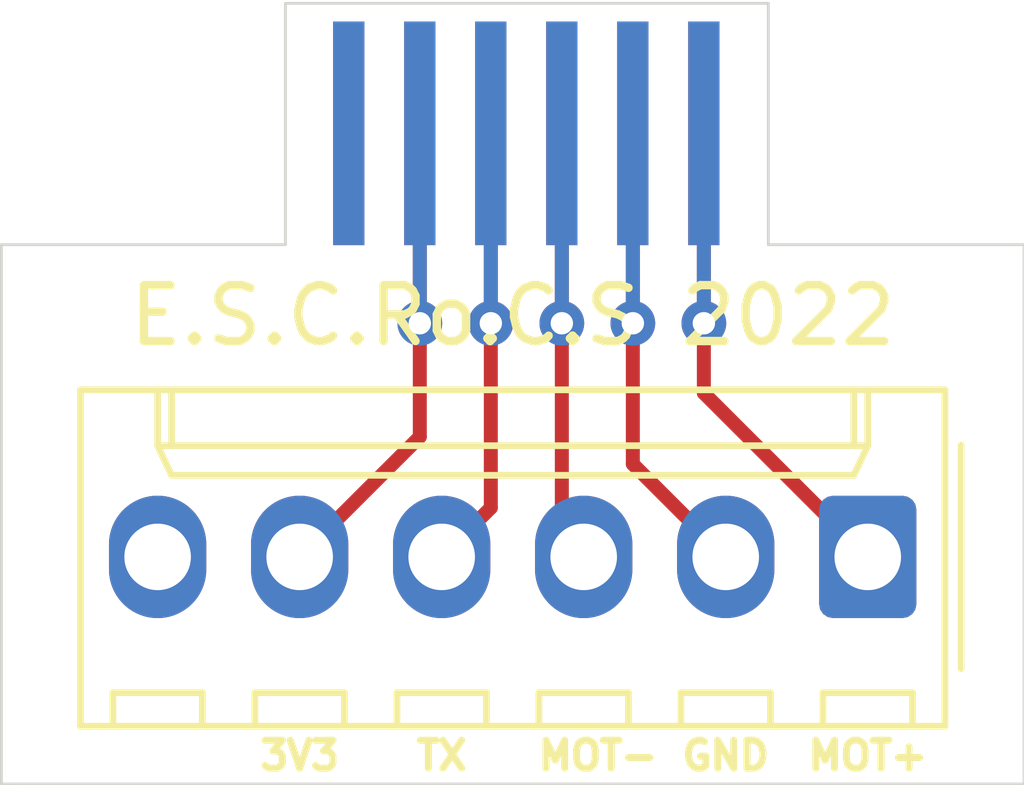
<source format=kicad_pcb>
(kicad_pcb (version 20171130) (host pcbnew 5.1.9+dfsg1-1)

  (general
    (thickness 1.6)
    (drawings 15)
    (tracks 25)
    (zones 0)
    (modules 2)
    (nets 9)
  )

  (page A4)
  (layers
    (0 F.Cu signal)
    (31 B.Cu signal)
    (32 B.Adhes user)
    (33 F.Adhes user)
    (34 B.Paste user)
    (35 F.Paste user)
    (36 B.SilkS user)
    (37 F.SilkS user)
    (38 B.Mask user)
    (39 F.Mask user)
    (40 Dwgs.User user)
    (41 Cmts.User user)
    (42 Eco1.User user)
    (43 Eco2.User user)
    (44 Edge.Cuts user)
    (45 Margin user)
    (46 B.CrtYd user)
    (47 F.CrtYd user)
    (48 B.Fab user)
    (49 F.Fab user)
  )

  (setup
    (last_trace_width 0.25)
    (trace_clearance 0.2)
    (zone_clearance 0.508)
    (zone_45_only no)
    (trace_min 0.2)
    (via_size 0.8)
    (via_drill 0.4)
    (via_min_size 0.4)
    (via_min_drill 0.3)
    (uvia_size 0.3)
    (uvia_drill 0.1)
    (uvias_allowed no)
    (uvia_min_size 0.2)
    (uvia_min_drill 0.1)
    (edge_width 0.05)
    (segment_width 0.2)
    (pcb_text_width 0.3)
    (pcb_text_size 1.5 1.5)
    (mod_edge_width 0.12)
    (mod_text_size 1 1)
    (mod_text_width 0.15)
    (pad_size 1.524 1.524)
    (pad_drill 0.762)
    (pad_to_mask_clearance 0)
    (aux_axis_origin 0 0)
    (visible_elements FFFFFF7F)
    (pcbplotparams
      (layerselection 0x010fc_ffffffff)
      (usegerberextensions false)
      (usegerberattributes true)
      (usegerberadvancedattributes true)
      (creategerberjobfile true)
      (excludeedgelayer true)
      (linewidth 0.100000)
      (plotframeref false)
      (viasonmask false)
      (mode 1)
      (useauxorigin false)
      (hpglpennumber 1)
      (hpglpenspeed 20)
      (hpglpendiameter 15.000000)
      (psnegative false)
      (psa4output false)
      (plotreference true)
      (plotvalue true)
      (plotinvisibletext false)
      (padsonsilk false)
      (subtractmaskfromsilk false)
      (outputformat 1)
      (mirror false)
      (drillshape 0)
      (scaleselection 1)
      (outputdirectory "gerber"))
  )

  (net 0 "")
  (net 1 "Net-(J1-Pad1)")
  (net 2 "Net-(J1-Pad2)")
  (net 3 "Net-(J1-Pad3)")
  (net 4 "Net-(J1-Pad4)")
  (net 5 "Net-(J1-Pad5)")
  (net 6 "Net-(J1-Pad6)")
  (net 7 "Net-(J2-Pad11)")
  (net 8 "Net-(J2-Pad12)")

  (net_class Default "This is the default net class."
    (clearance 0.2)
    (trace_width 0.25)
    (via_dia 0.8)
    (via_drill 0.4)
    (uvia_dia 0.3)
    (uvia_drill 0.1)
    (add_net "Net-(J1-Pad1)")
    (add_net "Net-(J1-Pad2)")
    (add_net "Net-(J1-Pad3)")
    (add_net "Net-(J1-Pad4)")
    (add_net "Net-(J1-Pad5)")
    (add_net "Net-(J1-Pad6)")
    (add_net "Net-(J2-Pad11)")
    (add_net "Net-(J2-Pad12)")
  )

  (module Connector_Molex:Molex_KK-254_AE-6410-06A_1x06_P2.54mm_Vertical (layer F.Cu) (tedit 5EA53D3B) (tstamp 61C37777)
    (at 140.716 52.07 180)
    (descr "Molex KK-254 Interconnect System, old/engineering part number: AE-6410-06A example for new part number: 22-27-2061, 6 Pins (http://www.molex.com/pdm_docs/sd/022272021_sd.pdf), generated with kicad-footprint-generator")
    (tags "connector Molex KK-254 vertical")
    (path /61C3356A)
    (fp_text reference J1 (at 6.35 -4.12) (layer F.SilkS) hide
      (effects (font (size 1 1) (thickness 0.15)))
    )
    (fp_text value "Molex KK" (at 6.35 4.08) (layer F.Fab)
      (effects (font (size 1 1) (thickness 0.15)))
    )
    (fp_line (start 14.47 -3.42) (end -1.77 -3.42) (layer F.CrtYd) (width 0.05))
    (fp_line (start 14.47 3.38) (end 14.47 -3.42) (layer F.CrtYd) (width 0.05))
    (fp_line (start -1.77 3.38) (end 14.47 3.38) (layer F.CrtYd) (width 0.05))
    (fp_line (start -1.77 -3.42) (end -1.77 3.38) (layer F.CrtYd) (width 0.05))
    (fp_line (start 13.5 -2.43) (end 13.5 -3.03) (layer F.SilkS) (width 0.12))
    (fp_line (start 11.9 -2.43) (end 13.5 -2.43) (layer F.SilkS) (width 0.12))
    (fp_line (start 11.9 -3.03) (end 11.9 -2.43) (layer F.SilkS) (width 0.12))
    (fp_line (start 10.96 -2.43) (end 10.96 -3.03) (layer F.SilkS) (width 0.12))
    (fp_line (start 9.36 -2.43) (end 10.96 -2.43) (layer F.SilkS) (width 0.12))
    (fp_line (start 9.36 -3.03) (end 9.36 -2.43) (layer F.SilkS) (width 0.12))
    (fp_line (start 8.42 -2.43) (end 8.42 -3.03) (layer F.SilkS) (width 0.12))
    (fp_line (start 6.82 -2.43) (end 8.42 -2.43) (layer F.SilkS) (width 0.12))
    (fp_line (start 6.82 -3.03) (end 6.82 -2.43) (layer F.SilkS) (width 0.12))
    (fp_line (start 5.88 -2.43) (end 5.88 -3.03) (layer F.SilkS) (width 0.12))
    (fp_line (start 4.28 -2.43) (end 5.88 -2.43) (layer F.SilkS) (width 0.12))
    (fp_line (start 4.28 -3.03) (end 4.28 -2.43) (layer F.SilkS) (width 0.12))
    (fp_line (start 3.34 -2.43) (end 3.34 -3.03) (layer F.SilkS) (width 0.12))
    (fp_line (start 1.74 -2.43) (end 3.34 -2.43) (layer F.SilkS) (width 0.12))
    (fp_line (start 1.74 -3.03) (end 1.74 -2.43) (layer F.SilkS) (width 0.12))
    (fp_line (start 0.8 -2.43) (end 0.8 -3.03) (layer F.SilkS) (width 0.12))
    (fp_line (start -0.8 -2.43) (end 0.8 -2.43) (layer F.SilkS) (width 0.12))
    (fp_line (start -0.8 -3.03) (end -0.8 -2.43) (layer F.SilkS) (width 0.12))
    (fp_line (start 12.45 2.99) (end 12.45 1.99) (layer F.SilkS) (width 0.12))
    (fp_line (start 0.25 2.99) (end 0.25 1.99) (layer F.SilkS) (width 0.12))
    (fp_line (start 12.45 1.46) (end 12.7 1.99) (layer F.SilkS) (width 0.12))
    (fp_line (start 0.25 1.46) (end 12.45 1.46) (layer F.SilkS) (width 0.12))
    (fp_line (start 0 1.99) (end 0.25 1.46) (layer F.SilkS) (width 0.12))
    (fp_line (start 12.7 1.99) (end 12.7 2.99) (layer F.SilkS) (width 0.12))
    (fp_line (start 0 1.99) (end 12.7 1.99) (layer F.SilkS) (width 0.12))
    (fp_line (start 0 2.99) (end 0 1.99) (layer F.SilkS) (width 0.12))
    (fp_line (start -0.562893 0) (end -1.27 0.5) (layer F.Fab) (width 0.1))
    (fp_line (start -1.27 -0.5) (end -0.562893 0) (layer F.Fab) (width 0.1))
    (fp_line (start -1.67 -2) (end -1.67 2) (layer F.SilkS) (width 0.12))
    (fp_line (start 14.08 -3.03) (end -1.38 -3.03) (layer F.SilkS) (width 0.12))
    (fp_line (start 14.08 2.99) (end 14.08 -3.03) (layer F.SilkS) (width 0.12))
    (fp_line (start -1.38 2.99) (end 14.08 2.99) (layer F.SilkS) (width 0.12))
    (fp_line (start -1.38 -3.03) (end -1.38 2.99) (layer F.SilkS) (width 0.12))
    (fp_line (start 13.97 -2.92) (end -1.27 -2.92) (layer F.Fab) (width 0.1))
    (fp_line (start 13.97 2.88) (end 13.97 -2.92) (layer F.Fab) (width 0.1))
    (fp_line (start -1.27 2.88) (end 13.97 2.88) (layer F.Fab) (width 0.1))
    (fp_line (start -1.27 -2.92) (end -1.27 2.88) (layer F.Fab) (width 0.1))
    (fp_text user %R (at 6.35 -2.22) (layer F.Fab)
      (effects (font (size 1 1) (thickness 0.15)))
    )
    (pad 1 thru_hole roundrect (at 0 0 180) (size 1.74 2.19) (drill 1.19) (layers *.Cu *.Mask) (roundrect_rratio 0.1436775862068966)
      (net 1 "Net-(J1-Pad1)"))
    (pad 2 thru_hole oval (at 2.54 0 180) (size 1.74 2.19) (drill 1.19) (layers *.Cu *.Mask)
      (net 2 "Net-(J1-Pad2)"))
    (pad 3 thru_hole oval (at 5.08 0 180) (size 1.74 2.19) (drill 1.19) (layers *.Cu *.Mask)
      (net 3 "Net-(J1-Pad3)"))
    (pad 4 thru_hole oval (at 7.62 0 180) (size 1.74 2.19) (drill 1.19) (layers *.Cu *.Mask)
      (net 4 "Net-(J1-Pad4)"))
    (pad 5 thru_hole oval (at 10.16 0 180) (size 1.74 2.19) (drill 1.19) (layers *.Cu *.Mask)
      (net 5 "Net-(J1-Pad5)"))
    (pad 6 thru_hole oval (at 12.7 0 180) (size 1.74 2.19) (drill 1.19) (layers *.Cu *.Mask)
      (net 6 "Net-(J1-Pad6)"))
    (model ${KISYS3DMOD}/Connector_Molex.3dshapes/Molex_KK-254_AE-6410-06A_1x06_P2.54mm_Vertical.wrl
      (at (xyz 0 0 0))
      (scale (xyz 1 1 1))
      (rotate (xyz 0 0 0))
    )
  )

  (module "custom:Roborock lidar connector" (layer F.Cu) (tedit 618D3542) (tstamp 61C3778A)
    (at 134.62 44.704 180)
    (path /61C32033)
    (fp_text reference J2 (at 6.858 -1.778) (layer F.SilkS) hide
      (effects (font (size 1 1) (thickness 0.15)))
    )
    (fp_text value "Edge slot" (at 0 -3.81) (layer F.Fab)
      (effects (font (size 1 1) (thickness 0.15)))
    )
    (fp_line (start 4.318 2.54) (end 4.318 -1.778) (layer Eco2.User) (width 0.12))
    (fp_line (start -4.318 2.54) (end 4.318 2.54) (layer Eco2.User) (width 0.12))
    (fp_line (start -4.318 -1.778) (end -4.318 2.54) (layer Eco2.User) (width 0.12))
    (pad 3 connect rect (at -1.895 0.214 180) (size 0.56 4) (layers F.Cu F.Mask)
      (net 2 "Net-(J1-Pad2)"))
    (pad 1 connect rect (at -3.165 0.214 180) (size 0.56 4) (layers F.Cu F.Mask)
      (net 1 "Net-(J1-Pad1)"))
    (pad 5 connect rect (at -0.625 0.214 180) (size 0.56 4) (layers F.Cu F.Mask)
      (net 3 "Net-(J1-Pad3)"))
    (pad 9 connect rect (at 1.915 0.214 180) (size 0.56 4) (layers F.Cu F.Mask)
      (net 5 "Net-(J1-Pad5)"))
    (pad 11 connect rect (at 3.185 0.214 180) (size 0.56 4) (layers F.Cu F.Mask)
      (net 7 "Net-(J2-Pad11)"))
    (pad 12 connect rect (at 3.185 0.214 180) (size 0.56 4) (layers B.Cu B.Mask)
      (net 8 "Net-(J2-Pad12)"))
    (pad 8 connect rect (at 0.645 0.214 180) (size 0.56 4) (layers B.Cu B.Mask)
      (net 4 "Net-(J1-Pad4)"))
    (pad 2 connect rect (at -3.165 0.214 180) (size 0.56 4) (layers B.Cu B.Mask)
      (net 1 "Net-(J1-Pad1)"))
    (pad 4 connect rect (at -1.895 0.214 180) (size 0.56 4) (layers B.Cu B.Mask)
      (net 2 "Net-(J1-Pad2)"))
    (pad 10 connect rect (at 1.915 0.214 180) (size 0.56 4) (layers B.Cu B.Mask)
      (net 5 "Net-(J1-Pad5)"))
    (pad 7 connect rect (at 0.645 0.214 180) (size 0.56 4) (layers F.Cu F.Mask)
      (net 4 "Net-(J1-Pad4)"))
    (pad 6 connect rect (at -0.625 0.214 180) (size 0.56 4) (layers B.Cu B.Mask)
      (net 3 "Net-(J1-Pad3)"))
  )

  (gr_text MOT+ (at 140.716 55.626) (layer F.SilkS)
    (effects (font (size 0.5 0.5) (thickness 0.125)))
  )
  (gr_text GND (at 138.176 55.626) (layer F.SilkS)
    (effects (font (size 0.5 0.5) (thickness 0.125)))
  )
  (gr_text MOT- (at 135.89 55.626) (layer F.SilkS)
    (effects (font (size 0.5 0.5) (thickness 0.125)))
  )
  (gr_text TX (at 133.096 55.626) (layer F.SilkS)
    (effects (font (size 0.5 0.5) (thickness 0.125)))
  )
  (gr_text 3V3 (at 130.556 55.626) (layer F.SilkS)
    (effects (font (size 0.5 0.5) (thickness 0.125)))
  )
  (gr_text "E.S.C.Ro.C.S 2022" (at 134.366 47.752) (layer F.SilkS)
    (effects (font (size 1 1) (thickness 0.15)))
  )
  (gr_line (start 138.938 42.164) (end 138.938 46.482) (layer Edge.Cuts) (width 0.05) (tstamp 61C37942))
  (gr_line (start 130.302 42.164) (end 138.938 42.164) (layer Edge.Cuts) (width 0.05))
  (gr_line (start 130.302 46.482) (end 130.302 42.164) (layer Edge.Cuts) (width 0.05))
  (gr_line (start 125.222 46.482) (end 130.302 46.482) (layer Edge.Cuts) (width 0.05))
  (gr_line (start 125.222 56.134) (end 125.222 46.482) (layer Edge.Cuts) (width 0.05))
  (gr_line (start 125.476 56.134) (end 125.222 56.134) (layer Edge.Cuts) (width 0.05))
  (gr_line (start 143.51 56.134) (end 125.476 56.134) (layer Edge.Cuts) (width 0.05))
  (gr_line (start 143.51 46.482) (end 143.51 56.134) (layer Edge.Cuts) (width 0.05))
  (gr_line (start 138.938 46.482) (end 143.51 46.482) (layer Edge.Cuts) (width 0.05))

  (segment (start 137.785 49.139) (end 140.716 52.07) (width 0.25) (layer F.Cu) (net 1))
  (segment (start 137.785 44.49) (end 137.785 47.889) (width 0.25) (layer F.Cu) (net 1))
  (segment (start 137.785 47.889) (end 137.785 49.139) (width 0.25) (layer F.Cu) (net 1) (tstamp 61C37933))
  (via (at 137.785 47.889) (size 0.8) (drill 0.4) (layers F.Cu B.Cu) (net 1))
  (segment (start 137.785 44.49) (end 137.785 47.889) (width 0.25) (layer B.Cu) (net 1))
  (segment (start 136.515 50.409) (end 138.176 52.07) (width 0.25) (layer F.Cu) (net 2))
  (segment (start 136.515 44.49) (end 136.515 47.889) (width 0.25) (layer F.Cu) (net 2))
  (segment (start 136.515 47.889) (end 136.515 50.409) (width 0.25) (layer F.Cu) (net 2) (tstamp 61C37935))
  (via (at 136.515 47.889) (size 0.8) (drill 0.4) (layers F.Cu B.Cu) (net 2))
  (segment (start 136.515 44.49) (end 136.515 47.889) (width 0.25) (layer B.Cu) (net 2))
  (segment (start 135.245 51.679) (end 135.636 52.07) (width 0.25) (layer F.Cu) (net 3))
  (segment (start 135.245 44.49) (end 135.245 47.889) (width 0.25) (layer F.Cu) (net 3))
  (segment (start 135.245 47.889) (end 135.245 51.679) (width 0.25) (layer F.Cu) (net 3) (tstamp 61C37937))
  (via (at 135.245 47.889) (size 0.8) (drill 0.4) (layers F.Cu B.Cu) (net 3))
  (segment (start 135.245 44.49) (end 135.245 47.889) (width 0.25) (layer B.Cu) (net 3))
  (segment (start 133.975 51.191) (end 133.096 52.07) (width 0.25) (layer F.Cu) (net 4))
  (segment (start 133.975 44.49) (end 133.975 47.889) (width 0.25) (layer F.Cu) (net 4))
  (segment (start 133.975 47.889) (end 133.975 51.191) (width 0.25) (layer F.Cu) (net 4) (tstamp 61C37939))
  (via (at 133.975 47.889) (size 0.8) (drill 0.4) (layers F.Cu B.Cu) (net 4))
  (segment (start 133.975 44.49) (end 133.975 47.889) (width 0.25) (layer B.Cu) (net 4))
  (segment (start 132.705 49.921) (end 130.556 52.07) (width 0.25) (layer F.Cu) (net 5))
  (segment (start 132.705 44.49) (end 132.705 47.889) (width 0.25) (layer F.Cu) (net 5))
  (segment (start 132.705 47.889) (end 132.705 49.921) (width 0.25) (layer F.Cu) (net 5) (tstamp 61C3793B))
  (via (at 132.705 47.889) (size 0.8) (drill 0.4) (layers F.Cu B.Cu) (net 5))
  (segment (start 132.705 44.49) (end 132.705 47.889) (width 0.25) (layer B.Cu) (net 5))

)

</source>
